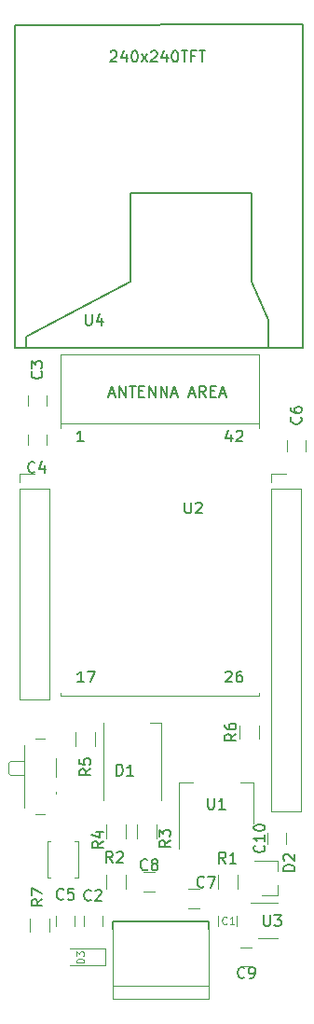
<source format=gbr>
%TF.GenerationSoftware,KiCad,Pcbnew,(5.1.6)-1*%
%TF.CreationDate,2020-07-20T18:07:10+02:00*%
%TF.ProjectId,ESP32-S2-WROOM,45535033-322d-4533-922d-57524f4f4d2e,rev?*%
%TF.SameCoordinates,Original*%
%TF.FileFunction,Legend,Top*%
%TF.FilePolarity,Positive*%
%FSLAX46Y46*%
G04 Gerber Fmt 4.6, Leading zero omitted, Abs format (unit mm)*
G04 Created by KiCad (PCBNEW (5.1.6)-1) date 2020-07-20 18:07:10*
%MOMM*%
%LPD*%
G01*
G04 APERTURE LIST*
%ADD10C,0.120000*%
%ADD11C,0.150000*%
%ADD12C,0.100000*%
G04 APERTURE END LIST*
D10*
%TO.C,C1*%
X101766000Y-121928000D02*
X101766000Y-122928000D01*
X103466000Y-122928000D02*
X103466000Y-121928000D01*
%TO.C,C2*%
X89574000Y-121928000D02*
X89574000Y-122928000D01*
X91274000Y-122928000D02*
X91274000Y-121928000D01*
%TO.C,C3*%
X86194000Y-75684000D02*
X86194000Y-74684000D01*
X84494000Y-74684000D02*
X84494000Y-75684000D01*
%TO.C,C4*%
X86194000Y-79240000D02*
X86194000Y-78240000D01*
X84494000Y-78240000D02*
X84494000Y-79240000D01*
%TO.C,C5*%
X87034000Y-121928000D02*
X87034000Y-122928000D01*
X88734000Y-122928000D02*
X88734000Y-121928000D01*
%TO.C,C6*%
X109752000Y-79811500D02*
X109752000Y-78811500D01*
X108052000Y-78811500D02*
X108052000Y-79811500D01*
%TO.C,J1*%
X92170000Y-129506000D02*
X92170000Y-123096000D01*
X100870000Y-128276000D02*
X92170000Y-128276000D01*
X100870000Y-123096000D02*
X100870000Y-129506000D01*
X92170000Y-129506000D02*
X100870000Y-129506000D01*
D11*
X92170000Y-122426000D02*
X92170000Y-123126000D01*
X100870000Y-122426000D02*
X92170000Y-122426000D01*
X100870000Y-123126000D02*
X100870000Y-122426000D01*
D10*
%TO.C,R1*%
X103496000Y-118272000D02*
X103496000Y-119472000D01*
X101736000Y-119472000D02*
X101736000Y-118272000D01*
%TO.C,R2*%
X93336000Y-118272000D02*
X93336000Y-119472000D01*
X91576000Y-119472000D02*
X91576000Y-118272000D01*
%TO.C,R3*%
X96130000Y-113700000D02*
X96130000Y-114900000D01*
X94370000Y-114900000D02*
X94370000Y-113700000D01*
%TO.C,R4*%
X93336000Y-113700000D02*
X93336000Y-114900000D01*
X91576000Y-114900000D02*
X91576000Y-113700000D01*
%TO.C,SW1*%
X88730000Y-118490000D02*
X89030000Y-118490000D01*
X89030000Y-118490000D02*
X89030000Y-115190000D01*
X89030000Y-115190000D02*
X88730000Y-115190000D01*
X86530000Y-118490000D02*
X86230000Y-118490000D01*
X86230000Y-118490000D02*
X86230000Y-115190000D01*
X86230000Y-115190000D02*
X86530000Y-115190000D01*
%TO.C,SW2*%
X87035500Y-110684000D02*
X87035500Y-110884000D01*
X82895500Y-107884000D02*
X82685500Y-108084000D01*
X82895500Y-109184000D02*
X82685500Y-108984000D01*
X84185500Y-107884000D02*
X82895500Y-107884000D01*
X82685500Y-108084000D02*
X82685500Y-108984000D01*
X82895500Y-109184000D02*
X84185500Y-109184000D01*
X84185500Y-106434000D02*
X84185500Y-112134000D01*
X87035500Y-107684000D02*
X87035500Y-109384000D01*
X85985500Y-105834000D02*
X85195500Y-105834000D01*
X85195500Y-112734000D02*
X85985500Y-112734000D01*
%TO.C,U1*%
X105010000Y-109850000D02*
X103750000Y-109850000D01*
X98190000Y-109850000D02*
X99450000Y-109850000D01*
X105010000Y-113610000D02*
X105010000Y-109850000D01*
X98190000Y-115860000D02*
X98190000Y-109850000D01*
%TO.C,U2*%
X87470000Y-70960000D02*
X87470000Y-77710000D01*
X87470000Y-101960000D02*
X105470000Y-101960000D01*
X105470000Y-77710000D02*
X105470000Y-70960000D01*
X105470000Y-70960000D02*
X87470000Y-70960000D01*
X87470000Y-101710000D02*
X87470000Y-101960000D01*
X105470000Y-101710000D02*
X105470000Y-101960000D01*
X105470000Y-77270000D02*
X87470000Y-77290000D01*
%TO.C,C7*%
X100068000Y-119546000D02*
X99068000Y-119546000D01*
X99068000Y-121246000D02*
X100068000Y-121246000D01*
%TO.C,C8*%
X96004000Y-118022000D02*
X95004000Y-118022000D01*
X95004000Y-119722000D02*
X96004000Y-119722000D01*
%TO.C,J2*%
X83760000Y-83185000D02*
X83760000Y-102295000D01*
X83760000Y-102295000D02*
X86420000Y-102295000D01*
X86420000Y-102295000D02*
X86420000Y-83185000D01*
X86420000Y-83185000D02*
X83760000Y-83185000D01*
X83760000Y-82550000D02*
X83760000Y-81855000D01*
X83760000Y-81855000D02*
X85090000Y-81855000D01*
%TO.C,J3*%
X106620000Y-83185000D02*
X106620000Y-112455000D01*
X106620000Y-112455000D02*
X109280000Y-112455000D01*
X109280000Y-112455000D02*
X109280000Y-83185000D01*
X109280000Y-83185000D02*
X106620000Y-83185000D01*
X106620000Y-82550000D02*
X106620000Y-81855000D01*
X106620000Y-81855000D02*
X107950000Y-81855000D01*
%TO.C,D1*%
X91380000Y-111450000D02*
X91380000Y-104450000D01*
X96580000Y-111450000D02*
X96580000Y-104450000D01*
X96580000Y-104450000D02*
X95580000Y-104450000D01*
%TO.C,R5*%
X90542000Y-105318000D02*
X90542000Y-106518000D01*
X88782000Y-106518000D02*
X88782000Y-105318000D01*
%TO.C,C9*%
X104830000Y-124816000D02*
X103830000Y-124816000D01*
X103830000Y-126516000D02*
X104830000Y-126516000D01*
%TO.C,D2*%
X107186000Y-120134000D02*
X105726000Y-120134000D01*
X107186000Y-116974000D02*
X105026000Y-116974000D01*
X107186000Y-116974000D02*
X107186000Y-117904000D01*
X107186000Y-120134000D02*
X107186000Y-119204000D01*
%TO.C,D3*%
X91481000Y-126416000D02*
X91481000Y-124916000D01*
X91481000Y-126416000D02*
X88281000Y-126416000D01*
X88281000Y-124916000D02*
X91481000Y-124916000D01*
%TO.C,R6*%
X105464000Y-104683000D02*
X105464000Y-105883000D01*
X103704000Y-105883000D02*
X103704000Y-104683000D01*
%TO.C,R7*%
X86414500Y-122209000D02*
X86414500Y-123409000D01*
X84654500Y-123409000D02*
X84654500Y-122209000D01*
%TO.C,U3*%
X107199000Y-120754000D02*
X104749000Y-120754000D01*
X105399000Y-123974000D02*
X107199000Y-123974000D01*
%TO.C,C10*%
X107911000Y-115435000D02*
X107911000Y-114435000D01*
X106211000Y-114435000D02*
X106211000Y-115435000D01*
D11*
%TO.C,U4*%
X84312000Y-69358000D02*
X84312000Y-70358000D01*
X106312000Y-69858000D02*
X106312000Y-70358000D01*
X106312000Y-69858000D02*
X106312000Y-67858000D01*
X106312000Y-67858000D02*
X104812000Y-64358000D01*
X104812000Y-64358000D02*
X104812000Y-56358000D01*
X104812000Y-56358000D02*
X93812000Y-56358000D01*
X93812000Y-56358000D02*
X93812000Y-64358000D01*
X93812000Y-64358000D02*
X84312000Y-69358000D01*
X83312000Y-70358000D02*
X83312000Y-41098000D01*
X83312000Y-41098000D02*
X109462000Y-41058000D01*
X109462000Y-41058000D02*
X109462000Y-70358000D01*
X109462000Y-70358000D02*
X83312000Y-70358000D01*
%TO.C,C1*%
D12*
X102550133Y-122678000D02*
X102516800Y-122711333D01*
X102416800Y-122744666D01*
X102350133Y-122744666D01*
X102250133Y-122711333D01*
X102183466Y-122644666D01*
X102150133Y-122578000D01*
X102116800Y-122444666D01*
X102116800Y-122344666D01*
X102150133Y-122211333D01*
X102183466Y-122144666D01*
X102250133Y-122078000D01*
X102350133Y-122044666D01*
X102416800Y-122044666D01*
X102516800Y-122078000D01*
X102550133Y-122111333D01*
X103216800Y-122744666D02*
X102816800Y-122744666D01*
X103016800Y-122744666D02*
X103016800Y-122044666D01*
X102950133Y-122144666D01*
X102883466Y-122211333D01*
X102816800Y-122244666D01*
%TO.C,C2*%
D11*
X90206533Y-120499142D02*
X90158914Y-120546761D01*
X90016057Y-120594380D01*
X89920819Y-120594380D01*
X89777961Y-120546761D01*
X89682723Y-120451523D01*
X89635104Y-120356285D01*
X89587485Y-120165809D01*
X89587485Y-120022952D01*
X89635104Y-119832476D01*
X89682723Y-119737238D01*
X89777961Y-119642000D01*
X89920819Y-119594380D01*
X90016057Y-119594380D01*
X90158914Y-119642000D01*
X90206533Y-119689619D01*
X90587485Y-119689619D02*
X90635104Y-119642000D01*
X90730342Y-119594380D01*
X90968438Y-119594380D01*
X91063676Y-119642000D01*
X91111295Y-119689619D01*
X91158914Y-119784857D01*
X91158914Y-119880095D01*
X91111295Y-120022952D01*
X90539866Y-120594380D01*
X91158914Y-120594380D01*
%TO.C,C3*%
X85701142Y-72556666D02*
X85748761Y-72604285D01*
X85796380Y-72747142D01*
X85796380Y-72842380D01*
X85748761Y-72985238D01*
X85653523Y-73080476D01*
X85558285Y-73128095D01*
X85367809Y-73175714D01*
X85224952Y-73175714D01*
X85034476Y-73128095D01*
X84939238Y-73080476D01*
X84844000Y-72985238D01*
X84796380Y-72842380D01*
X84796380Y-72747142D01*
X84844000Y-72604285D01*
X84891619Y-72556666D01*
X84796380Y-72223333D02*
X84796380Y-71604285D01*
X85177333Y-71937619D01*
X85177333Y-71794761D01*
X85224952Y-71699523D01*
X85272571Y-71651904D01*
X85367809Y-71604285D01*
X85605904Y-71604285D01*
X85701142Y-71651904D01*
X85748761Y-71699523D01*
X85796380Y-71794761D01*
X85796380Y-72080476D01*
X85748761Y-72175714D01*
X85701142Y-72223333D01*
%TO.C,C4*%
X85113833Y-81637142D02*
X85066214Y-81684761D01*
X84923357Y-81732380D01*
X84828119Y-81732380D01*
X84685261Y-81684761D01*
X84590023Y-81589523D01*
X84542404Y-81494285D01*
X84494785Y-81303809D01*
X84494785Y-81160952D01*
X84542404Y-80970476D01*
X84590023Y-80875238D01*
X84685261Y-80780000D01*
X84828119Y-80732380D01*
X84923357Y-80732380D01*
X85066214Y-80780000D01*
X85113833Y-80827619D01*
X85970976Y-81065714D02*
X85970976Y-81732380D01*
X85732880Y-80684761D02*
X85494785Y-81399047D01*
X86113833Y-81399047D01*
%TO.C,C5*%
X87717333Y-120397542D02*
X87669714Y-120445161D01*
X87526857Y-120492780D01*
X87431619Y-120492780D01*
X87288761Y-120445161D01*
X87193523Y-120349923D01*
X87145904Y-120254685D01*
X87098285Y-120064209D01*
X87098285Y-119921352D01*
X87145904Y-119730876D01*
X87193523Y-119635638D01*
X87288761Y-119540400D01*
X87431619Y-119492780D01*
X87526857Y-119492780D01*
X87669714Y-119540400D01*
X87717333Y-119588019D01*
X88622095Y-119492780D02*
X88145904Y-119492780D01*
X88098285Y-119968971D01*
X88145904Y-119921352D01*
X88241142Y-119873733D01*
X88479238Y-119873733D01*
X88574476Y-119921352D01*
X88622095Y-119968971D01*
X88669714Y-120064209D01*
X88669714Y-120302304D01*
X88622095Y-120397542D01*
X88574476Y-120445161D01*
X88479238Y-120492780D01*
X88241142Y-120492780D01*
X88145904Y-120445161D01*
X88098285Y-120397542D01*
%TO.C,C6*%
X109259142Y-76684166D02*
X109306761Y-76731785D01*
X109354380Y-76874642D01*
X109354380Y-76969880D01*
X109306761Y-77112738D01*
X109211523Y-77207976D01*
X109116285Y-77255595D01*
X108925809Y-77303214D01*
X108782952Y-77303214D01*
X108592476Y-77255595D01*
X108497238Y-77207976D01*
X108402000Y-77112738D01*
X108354380Y-76969880D01*
X108354380Y-76874642D01*
X108402000Y-76731785D01*
X108449619Y-76684166D01*
X108354380Y-75827023D02*
X108354380Y-76017500D01*
X108402000Y-76112738D01*
X108449619Y-76160357D01*
X108592476Y-76255595D01*
X108782952Y-76303214D01*
X109163904Y-76303214D01*
X109259142Y-76255595D01*
X109306761Y-76207976D01*
X109354380Y-76112738D01*
X109354380Y-75922261D01*
X109306761Y-75827023D01*
X109259142Y-75779404D01*
X109163904Y-75731785D01*
X108925809Y-75731785D01*
X108830571Y-75779404D01*
X108782952Y-75827023D01*
X108735333Y-75922261D01*
X108735333Y-76112738D01*
X108782952Y-76207976D01*
X108830571Y-76255595D01*
X108925809Y-76303214D01*
%TO.C,R1*%
X102449333Y-117190780D02*
X102116000Y-116714590D01*
X101877904Y-117190780D02*
X101877904Y-116190780D01*
X102258857Y-116190780D01*
X102354095Y-116238400D01*
X102401714Y-116286019D01*
X102449333Y-116381257D01*
X102449333Y-116524114D01*
X102401714Y-116619352D01*
X102354095Y-116666971D01*
X102258857Y-116714590D01*
X101877904Y-116714590D01*
X103401714Y-117190780D02*
X102830285Y-117190780D01*
X103116000Y-117190780D02*
X103116000Y-116190780D01*
X103020761Y-116333638D01*
X102925523Y-116428876D01*
X102830285Y-116476495D01*
%TO.C,R2*%
X92187733Y-117139980D02*
X91854400Y-116663790D01*
X91616304Y-117139980D02*
X91616304Y-116139980D01*
X91997257Y-116139980D01*
X92092495Y-116187600D01*
X92140114Y-116235219D01*
X92187733Y-116330457D01*
X92187733Y-116473314D01*
X92140114Y-116568552D01*
X92092495Y-116616171D01*
X91997257Y-116663790D01*
X91616304Y-116663790D01*
X92568685Y-116235219D02*
X92616304Y-116187600D01*
X92711542Y-116139980D01*
X92949638Y-116139980D01*
X93044876Y-116187600D01*
X93092495Y-116235219D01*
X93140114Y-116330457D01*
X93140114Y-116425695D01*
X93092495Y-116568552D01*
X92521066Y-117139980D01*
X93140114Y-117139980D01*
%TO.C,R3*%
X97416880Y-115101666D02*
X96940690Y-115435000D01*
X97416880Y-115673095D02*
X96416880Y-115673095D01*
X96416880Y-115292142D01*
X96464500Y-115196904D01*
X96512119Y-115149285D01*
X96607357Y-115101666D01*
X96750214Y-115101666D01*
X96845452Y-115149285D01*
X96893071Y-115196904D01*
X96940690Y-115292142D01*
X96940690Y-115673095D01*
X96416880Y-114768333D02*
X96416880Y-114149285D01*
X96797833Y-114482619D01*
X96797833Y-114339761D01*
X96845452Y-114244523D01*
X96893071Y-114196904D01*
X96988309Y-114149285D01*
X97226404Y-114149285D01*
X97321642Y-114196904D01*
X97369261Y-114244523D01*
X97416880Y-114339761D01*
X97416880Y-114625476D01*
X97369261Y-114720714D01*
X97321642Y-114768333D01*
%TO.C,R4*%
X91320880Y-115228666D02*
X90844690Y-115562000D01*
X91320880Y-115800095D02*
X90320880Y-115800095D01*
X90320880Y-115419142D01*
X90368500Y-115323904D01*
X90416119Y-115276285D01*
X90511357Y-115228666D01*
X90654214Y-115228666D01*
X90749452Y-115276285D01*
X90797071Y-115323904D01*
X90844690Y-115419142D01*
X90844690Y-115800095D01*
X90654214Y-114371523D02*
X91320880Y-114371523D01*
X90273261Y-114609619D02*
X90987547Y-114847714D01*
X90987547Y-114228666D01*
%TO.C,U1*%
X100838095Y-111275880D02*
X100838095Y-112085404D01*
X100885714Y-112180642D01*
X100933333Y-112228261D01*
X101028571Y-112275880D01*
X101219047Y-112275880D01*
X101314285Y-112228261D01*
X101361904Y-112180642D01*
X101409523Y-112085404D01*
X101409523Y-111275880D01*
X102409523Y-112275880D02*
X101838095Y-112275880D01*
X102123809Y-112275880D02*
X102123809Y-111275880D01*
X102028571Y-111418738D01*
X101933333Y-111513976D01*
X101838095Y-111561595D01*
%TO.C,U2*%
X98742595Y-84415380D02*
X98742595Y-85224904D01*
X98790214Y-85320142D01*
X98837833Y-85367761D01*
X98933071Y-85415380D01*
X99123547Y-85415380D01*
X99218785Y-85367761D01*
X99266404Y-85320142D01*
X99314023Y-85224904D01*
X99314023Y-84415380D01*
X99742595Y-84510619D02*
X99790214Y-84463000D01*
X99885452Y-84415380D01*
X100123547Y-84415380D01*
X100218785Y-84463000D01*
X100266404Y-84510619D01*
X100314023Y-84605857D01*
X100314023Y-84701095D01*
X100266404Y-84843952D01*
X99694976Y-85415380D01*
X100314023Y-85415380D01*
X89533714Y-78905380D02*
X88962285Y-78905380D01*
X89248000Y-78905380D02*
X89248000Y-77905380D01*
X89152761Y-78048238D01*
X89057523Y-78143476D01*
X88962285Y-78191095D01*
X89565523Y-100749380D02*
X88994095Y-100749380D01*
X89279809Y-100749380D02*
X89279809Y-99749380D01*
X89184571Y-99892238D01*
X89089333Y-99987476D01*
X88994095Y-100035095D01*
X89898857Y-99749380D02*
X90565523Y-99749380D01*
X90136952Y-100749380D01*
X102456095Y-99844619D02*
X102503714Y-99797000D01*
X102598952Y-99749380D01*
X102837047Y-99749380D01*
X102932285Y-99797000D01*
X102979904Y-99844619D01*
X103027523Y-99939857D01*
X103027523Y-100035095D01*
X102979904Y-100177952D01*
X102408476Y-100749380D01*
X103027523Y-100749380D01*
X103884666Y-99749380D02*
X103694190Y-99749380D01*
X103598952Y-99797000D01*
X103551333Y-99844619D01*
X103456095Y-99987476D01*
X103408476Y-100177952D01*
X103408476Y-100558904D01*
X103456095Y-100654142D01*
X103503714Y-100701761D01*
X103598952Y-100749380D01*
X103789428Y-100749380D01*
X103884666Y-100701761D01*
X103932285Y-100654142D01*
X103979904Y-100558904D01*
X103979904Y-100320809D01*
X103932285Y-100225571D01*
X103884666Y-100177952D01*
X103789428Y-100130333D01*
X103598952Y-100130333D01*
X103503714Y-100177952D01*
X103456095Y-100225571D01*
X103408476Y-100320809D01*
X102932285Y-78238714D02*
X102932285Y-78905380D01*
X102694190Y-77857761D02*
X102456095Y-78572047D01*
X103075142Y-78572047D01*
X103408476Y-78000619D02*
X103456095Y-77953000D01*
X103551333Y-77905380D01*
X103789428Y-77905380D01*
X103884666Y-77953000D01*
X103932285Y-78000619D01*
X103979904Y-78095857D01*
X103979904Y-78191095D01*
X103932285Y-78333952D01*
X103360857Y-78905380D01*
X103979904Y-78905380D01*
X91888095Y-74566666D02*
X92364285Y-74566666D01*
X91792857Y-74852380D02*
X92126190Y-73852380D01*
X92459523Y-74852380D01*
X92792857Y-74852380D02*
X92792857Y-73852380D01*
X93364285Y-74852380D01*
X93364285Y-73852380D01*
X93697619Y-73852380D02*
X94269047Y-73852380D01*
X93983333Y-74852380D02*
X93983333Y-73852380D01*
X94602380Y-74328571D02*
X94935714Y-74328571D01*
X95078571Y-74852380D02*
X94602380Y-74852380D01*
X94602380Y-73852380D01*
X95078571Y-73852380D01*
X95507142Y-74852380D02*
X95507142Y-73852380D01*
X96078571Y-74852380D01*
X96078571Y-73852380D01*
X96554761Y-74852380D02*
X96554761Y-73852380D01*
X97126190Y-74852380D01*
X97126190Y-73852380D01*
X97554761Y-74566666D02*
X98030952Y-74566666D01*
X97459523Y-74852380D02*
X97792857Y-73852380D01*
X98126190Y-74852380D01*
X99173809Y-74566666D02*
X99650000Y-74566666D01*
X99078571Y-74852380D02*
X99411904Y-73852380D01*
X99745238Y-74852380D01*
X100650000Y-74852380D02*
X100316666Y-74376190D01*
X100078571Y-74852380D02*
X100078571Y-73852380D01*
X100459523Y-73852380D01*
X100554761Y-73900000D01*
X100602380Y-73947619D01*
X100650000Y-74042857D01*
X100650000Y-74185714D01*
X100602380Y-74280952D01*
X100554761Y-74328571D01*
X100459523Y-74376190D01*
X100078571Y-74376190D01*
X101078571Y-74328571D02*
X101411904Y-74328571D01*
X101554761Y-74852380D02*
X101078571Y-74852380D01*
X101078571Y-73852380D01*
X101554761Y-73852380D01*
X101935714Y-74566666D02*
X102411904Y-74566666D01*
X101840476Y-74852380D02*
X102173809Y-73852380D01*
X102507142Y-74852380D01*
%TO.C,C7*%
X100480833Y-119292642D02*
X100433214Y-119340261D01*
X100290357Y-119387880D01*
X100195119Y-119387880D01*
X100052261Y-119340261D01*
X99957023Y-119245023D01*
X99909404Y-119149785D01*
X99861785Y-118959309D01*
X99861785Y-118816452D01*
X99909404Y-118625976D01*
X99957023Y-118530738D01*
X100052261Y-118435500D01*
X100195119Y-118387880D01*
X100290357Y-118387880D01*
X100433214Y-118435500D01*
X100480833Y-118483119D01*
X100814166Y-118387880D02*
X101480833Y-118387880D01*
X101052261Y-119387880D01*
%TO.C,C8*%
X95337333Y-117729142D02*
X95289714Y-117776761D01*
X95146857Y-117824380D01*
X95051619Y-117824380D01*
X94908761Y-117776761D01*
X94813523Y-117681523D01*
X94765904Y-117586285D01*
X94718285Y-117395809D01*
X94718285Y-117252952D01*
X94765904Y-117062476D01*
X94813523Y-116967238D01*
X94908761Y-116872000D01*
X95051619Y-116824380D01*
X95146857Y-116824380D01*
X95289714Y-116872000D01*
X95337333Y-116919619D01*
X95908761Y-117252952D02*
X95813523Y-117205333D01*
X95765904Y-117157714D01*
X95718285Y-117062476D01*
X95718285Y-117014857D01*
X95765904Y-116919619D01*
X95813523Y-116872000D01*
X95908761Y-116824380D01*
X96099238Y-116824380D01*
X96194476Y-116872000D01*
X96242095Y-116919619D01*
X96289714Y-117014857D01*
X96289714Y-117062476D01*
X96242095Y-117157714D01*
X96194476Y-117205333D01*
X96099238Y-117252952D01*
X95908761Y-117252952D01*
X95813523Y-117300571D01*
X95765904Y-117348190D01*
X95718285Y-117443428D01*
X95718285Y-117633904D01*
X95765904Y-117729142D01*
X95813523Y-117776761D01*
X95908761Y-117824380D01*
X96099238Y-117824380D01*
X96194476Y-117776761D01*
X96242095Y-117729142D01*
X96289714Y-117633904D01*
X96289714Y-117443428D01*
X96242095Y-117348190D01*
X96194476Y-117300571D01*
X96099238Y-117252952D01*
%TO.C,D1*%
X92543404Y-109227880D02*
X92543404Y-108227880D01*
X92781500Y-108227880D01*
X92924357Y-108275500D01*
X93019595Y-108370738D01*
X93067214Y-108465976D01*
X93114833Y-108656452D01*
X93114833Y-108799309D01*
X93067214Y-108989785D01*
X93019595Y-109085023D01*
X92924357Y-109180261D01*
X92781500Y-109227880D01*
X92543404Y-109227880D01*
X94067214Y-109227880D02*
X93495785Y-109227880D01*
X93781500Y-109227880D02*
X93781500Y-108227880D01*
X93686261Y-108370738D01*
X93591023Y-108465976D01*
X93495785Y-108513595D01*
%TO.C,R5*%
X90177880Y-108624666D02*
X89701690Y-108958000D01*
X90177880Y-109196095D02*
X89177880Y-109196095D01*
X89177880Y-108815142D01*
X89225500Y-108719904D01*
X89273119Y-108672285D01*
X89368357Y-108624666D01*
X89511214Y-108624666D01*
X89606452Y-108672285D01*
X89654071Y-108719904D01*
X89701690Y-108815142D01*
X89701690Y-109196095D01*
X89177880Y-107719904D02*
X89177880Y-108196095D01*
X89654071Y-108243714D01*
X89606452Y-108196095D01*
X89558833Y-108100857D01*
X89558833Y-107862761D01*
X89606452Y-107767523D01*
X89654071Y-107719904D01*
X89749309Y-107672285D01*
X89987404Y-107672285D01*
X90082642Y-107719904D01*
X90130261Y-107767523D01*
X90177880Y-107862761D01*
X90177880Y-108100857D01*
X90130261Y-108196095D01*
X90082642Y-108243714D01*
%TO.C,C9*%
X104163333Y-127523142D02*
X104115714Y-127570761D01*
X103972857Y-127618380D01*
X103877619Y-127618380D01*
X103734761Y-127570761D01*
X103639523Y-127475523D01*
X103591904Y-127380285D01*
X103544285Y-127189809D01*
X103544285Y-127046952D01*
X103591904Y-126856476D01*
X103639523Y-126761238D01*
X103734761Y-126666000D01*
X103877619Y-126618380D01*
X103972857Y-126618380D01*
X104115714Y-126666000D01*
X104163333Y-126713619D01*
X104639523Y-127618380D02*
X104830000Y-127618380D01*
X104925238Y-127570761D01*
X104972857Y-127523142D01*
X105068095Y-127380285D01*
X105115714Y-127189809D01*
X105115714Y-126808857D01*
X105068095Y-126713619D01*
X105020476Y-126666000D01*
X104925238Y-126618380D01*
X104734761Y-126618380D01*
X104639523Y-126666000D01*
X104591904Y-126713619D01*
X104544285Y-126808857D01*
X104544285Y-127046952D01*
X104591904Y-127142190D01*
X104639523Y-127189809D01*
X104734761Y-127237428D01*
X104925238Y-127237428D01*
X105020476Y-127189809D01*
X105068095Y-127142190D01*
X105115714Y-127046952D01*
%TO.C,D2*%
X108707180Y-117882895D02*
X107707180Y-117882895D01*
X107707180Y-117644800D01*
X107754800Y-117501942D01*
X107850038Y-117406704D01*
X107945276Y-117359085D01*
X108135752Y-117311466D01*
X108278609Y-117311466D01*
X108469085Y-117359085D01*
X108564323Y-117406704D01*
X108659561Y-117501942D01*
X108707180Y-117644800D01*
X108707180Y-117882895D01*
X107802419Y-116930514D02*
X107754800Y-116882895D01*
X107707180Y-116787657D01*
X107707180Y-116549561D01*
X107754800Y-116454323D01*
X107802419Y-116406704D01*
X107897657Y-116359085D01*
X107992895Y-116359085D01*
X108135752Y-116406704D01*
X108707180Y-116978133D01*
X108707180Y-116359085D01*
%TO.C,D3*%
D12*
X89579571Y-126217142D02*
X88919571Y-126217142D01*
X88919571Y-126060000D01*
X88951000Y-125965714D01*
X89013857Y-125902857D01*
X89076714Y-125871428D01*
X89202428Y-125840000D01*
X89296714Y-125840000D01*
X89422428Y-125871428D01*
X89485285Y-125902857D01*
X89548142Y-125965714D01*
X89579571Y-126060000D01*
X89579571Y-126217142D01*
X88919571Y-125620000D02*
X88919571Y-125211428D01*
X89171000Y-125431428D01*
X89171000Y-125337142D01*
X89202428Y-125274285D01*
X89233857Y-125242857D01*
X89296714Y-125211428D01*
X89453857Y-125211428D01*
X89516714Y-125242857D01*
X89548142Y-125274285D01*
X89579571Y-125337142D01*
X89579571Y-125525714D01*
X89548142Y-125588571D01*
X89516714Y-125620000D01*
%TO.C,R6*%
D11*
X103386380Y-105449666D02*
X102910190Y-105783000D01*
X103386380Y-106021095D02*
X102386380Y-106021095D01*
X102386380Y-105640142D01*
X102434000Y-105544904D01*
X102481619Y-105497285D01*
X102576857Y-105449666D01*
X102719714Y-105449666D01*
X102814952Y-105497285D01*
X102862571Y-105544904D01*
X102910190Y-105640142D01*
X102910190Y-106021095D01*
X102386380Y-104592523D02*
X102386380Y-104783000D01*
X102434000Y-104878238D01*
X102481619Y-104925857D01*
X102624476Y-105021095D01*
X102814952Y-105068714D01*
X103195904Y-105068714D01*
X103291142Y-105021095D01*
X103338761Y-104973476D01*
X103386380Y-104878238D01*
X103386380Y-104687761D01*
X103338761Y-104592523D01*
X103291142Y-104544904D01*
X103195904Y-104497285D01*
X102957809Y-104497285D01*
X102862571Y-104544904D01*
X102814952Y-104592523D01*
X102767333Y-104687761D01*
X102767333Y-104878238D01*
X102814952Y-104973476D01*
X102862571Y-105021095D01*
X102957809Y-105068714D01*
%TO.C,R7*%
X85796380Y-120461066D02*
X85320190Y-120794400D01*
X85796380Y-121032495D02*
X84796380Y-121032495D01*
X84796380Y-120651542D01*
X84844000Y-120556304D01*
X84891619Y-120508685D01*
X84986857Y-120461066D01*
X85129714Y-120461066D01*
X85224952Y-120508685D01*
X85272571Y-120556304D01*
X85320190Y-120651542D01*
X85320190Y-121032495D01*
X84796380Y-120127733D02*
X84796380Y-119461066D01*
X85796380Y-119889638D01*
%TO.C,U3*%
X105918095Y-121880380D02*
X105918095Y-122689904D01*
X105965714Y-122785142D01*
X106013333Y-122832761D01*
X106108571Y-122880380D01*
X106299047Y-122880380D01*
X106394285Y-122832761D01*
X106441904Y-122785142D01*
X106489523Y-122689904D01*
X106489523Y-121880380D01*
X106870476Y-121880380D02*
X107489523Y-121880380D01*
X107156190Y-122261333D01*
X107299047Y-122261333D01*
X107394285Y-122308952D01*
X107441904Y-122356571D01*
X107489523Y-122451809D01*
X107489523Y-122689904D01*
X107441904Y-122785142D01*
X107394285Y-122832761D01*
X107299047Y-122880380D01*
X107013333Y-122880380D01*
X106918095Y-122832761D01*
X106870476Y-122785142D01*
%TO.C,C10*%
X105918142Y-115577857D02*
X105965761Y-115625476D01*
X106013380Y-115768333D01*
X106013380Y-115863571D01*
X105965761Y-116006428D01*
X105870523Y-116101666D01*
X105775285Y-116149285D01*
X105584809Y-116196904D01*
X105441952Y-116196904D01*
X105251476Y-116149285D01*
X105156238Y-116101666D01*
X105061000Y-116006428D01*
X105013380Y-115863571D01*
X105013380Y-115768333D01*
X105061000Y-115625476D01*
X105108619Y-115577857D01*
X106013380Y-114625476D02*
X106013380Y-115196904D01*
X106013380Y-114911190D02*
X105013380Y-114911190D01*
X105156238Y-115006428D01*
X105251476Y-115101666D01*
X105299095Y-115196904D01*
X105013380Y-114006428D02*
X105013380Y-113911190D01*
X105061000Y-113815952D01*
X105108619Y-113768333D01*
X105203857Y-113720714D01*
X105394333Y-113673095D01*
X105632428Y-113673095D01*
X105822904Y-113720714D01*
X105918142Y-113768333D01*
X105965761Y-113815952D01*
X106013380Y-113911190D01*
X106013380Y-114006428D01*
X105965761Y-114101666D01*
X105918142Y-114149285D01*
X105822904Y-114196904D01*
X105632428Y-114244523D01*
X105394333Y-114244523D01*
X105203857Y-114196904D01*
X105108619Y-114149285D01*
X105061000Y-114101666D01*
X105013380Y-114006428D01*
%TO.C,U4*%
X89725595Y-67333880D02*
X89725595Y-68143404D01*
X89773214Y-68238642D01*
X89820833Y-68286261D01*
X89916071Y-68333880D01*
X90106547Y-68333880D01*
X90201785Y-68286261D01*
X90249404Y-68238642D01*
X90297023Y-68143404D01*
X90297023Y-67333880D01*
X91201785Y-67667214D02*
X91201785Y-68333880D01*
X90963690Y-67286261D02*
X90725595Y-68000547D01*
X91344642Y-68000547D01*
X91990095Y-43525619D02*
X92037714Y-43478000D01*
X92132952Y-43430380D01*
X92371047Y-43430380D01*
X92466285Y-43478000D01*
X92513904Y-43525619D01*
X92561523Y-43620857D01*
X92561523Y-43716095D01*
X92513904Y-43858952D01*
X91942476Y-44430380D01*
X92561523Y-44430380D01*
X93418666Y-43763714D02*
X93418666Y-44430380D01*
X93180571Y-43382761D02*
X92942476Y-44097047D01*
X93561523Y-44097047D01*
X94132952Y-43430380D02*
X94228190Y-43430380D01*
X94323428Y-43478000D01*
X94371047Y-43525619D01*
X94418666Y-43620857D01*
X94466285Y-43811333D01*
X94466285Y-44049428D01*
X94418666Y-44239904D01*
X94371047Y-44335142D01*
X94323428Y-44382761D01*
X94228190Y-44430380D01*
X94132952Y-44430380D01*
X94037714Y-44382761D01*
X93990095Y-44335142D01*
X93942476Y-44239904D01*
X93894857Y-44049428D01*
X93894857Y-43811333D01*
X93942476Y-43620857D01*
X93990095Y-43525619D01*
X94037714Y-43478000D01*
X94132952Y-43430380D01*
X94799619Y-44430380D02*
X95323428Y-43763714D01*
X94799619Y-43763714D02*
X95323428Y-44430380D01*
X95656761Y-43525619D02*
X95704380Y-43478000D01*
X95799619Y-43430380D01*
X96037714Y-43430380D01*
X96132952Y-43478000D01*
X96180571Y-43525619D01*
X96228190Y-43620857D01*
X96228190Y-43716095D01*
X96180571Y-43858952D01*
X95609142Y-44430380D01*
X96228190Y-44430380D01*
X97085333Y-43763714D02*
X97085333Y-44430380D01*
X96847238Y-43382761D02*
X96609142Y-44097047D01*
X97228190Y-44097047D01*
X97799619Y-43430380D02*
X97894857Y-43430380D01*
X97990095Y-43478000D01*
X98037714Y-43525619D01*
X98085333Y-43620857D01*
X98132952Y-43811333D01*
X98132952Y-44049428D01*
X98085333Y-44239904D01*
X98037714Y-44335142D01*
X97990095Y-44382761D01*
X97894857Y-44430380D01*
X97799619Y-44430380D01*
X97704380Y-44382761D01*
X97656761Y-44335142D01*
X97609142Y-44239904D01*
X97561523Y-44049428D01*
X97561523Y-43811333D01*
X97609142Y-43620857D01*
X97656761Y-43525619D01*
X97704380Y-43478000D01*
X97799619Y-43430380D01*
X98418666Y-43430380D02*
X98990095Y-43430380D01*
X98704380Y-44430380D02*
X98704380Y-43430380D01*
X99656761Y-43906571D02*
X99323428Y-43906571D01*
X99323428Y-44430380D02*
X99323428Y-43430380D01*
X99799619Y-43430380D01*
X100037714Y-43430380D02*
X100609142Y-43430380D01*
X100323428Y-44430380D02*
X100323428Y-43430380D01*
%TD*%
M02*

</source>
